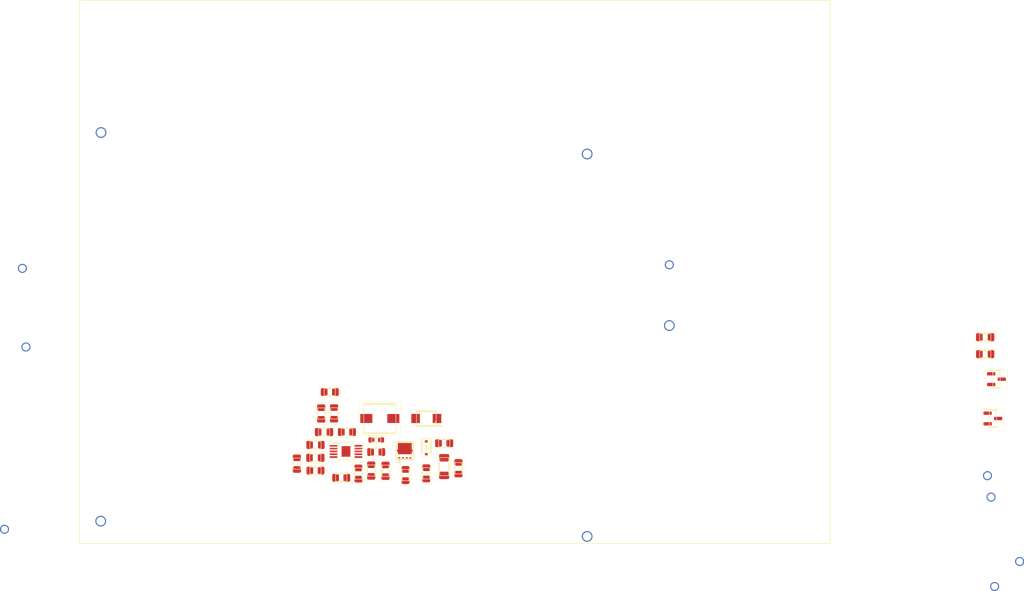
<source format=kicad_pcb>
(kicad_pcb (version 20221018) (generator pcbnew)
  (layers (0 "F.Cu" signal) (31 "B.Cu" signal) (34 "B.Paste" user) (35 "F.Paste" user) (36 "B.SilkS" user "B.Silkscreen") (37 "F.SilkS" user "F.Silkscreen") (38 "B.Mask" user) (39 "F.Mask" user) (44 "Edge.Cuts" user))
  (net 0 "")
  (net 1 "Net-(IC1-FB)")
  (net 2 "Net-(IC1-COMP)")
  (net 3 "Net-(D1-Conn)")
  (net 4 "Net-(IC1-RC)")
  (net 5 "Net-(IC1-SS)")
  (net 6 "Net-(D8-Conn)")
  (net 7 "Net-(C2-Pad1)")
  (net 8 "Net-(IC1-BP)")
  (net 9 "Net-(IC1-ISNS)")
  (net 10 "Net-(D10-Conn)")
  (net 11 "Net-(D66-Conn)")
  (net 12 "Net-(D6-Conn)")
  (net 13 "Net-(Z1-K)")
  (net 14 "Net-(Q1-D_1)")
  (net 15 "Net-(D17-Conn)")
  (net 16 "Net-(D67-Conn)")
  (net 17 "Net-(D68-Conn)")
  (net 18 "Net-(IC1-GDRV)")
  (net 19 "Net-(L2-Pad1)")
  (net 20 "Net-(Q1-S_1)")
  (net 21 "Net-(Q1-G)")
  (net 22 "GND")
  (footprint "Wire_holes:WireHole_1p5" (layer "F.Cu") (at 168.275 111.125)
    (fp_text reference "D6" hide)
    (fp_text value "Wire_Pad_01" hide)
    (pad "1" thru_hole circle (at 0 0) (size 1.9 1.9) (drill 1.5) (layers "*.Cu" "*.Mask") (net 12 "Net-(D6-Conn)"))
  )
  (footprint "Capacitor_SMD:C_0805_2012Metric_Pad1.18x1.45mm_HandSolder" (layer "F.Cu") (at 117.856 136.9275 -90)
    (fp_text reference "C9" hide)
    (fp_text value "C" hide)
    (fp_line (start -1.88 -0.98) (end 1.88 -0.98) (stroke (width 0.05)) (layer "F.SilkS"))
    (fp_line (start -1.88 0.98) (end -1.88 -0.98) (stroke (width 0.05)) (layer "F.SilkS"))
    (fp_line (start -1 -0.625) (end 1 -0.625) (stroke (width 0.1)) (layer "F.SilkS"))
    (fp_line (start -1 0.625) (end -1 -0.625) (stroke (width 0.1)) (layer "F.SilkS"))
    (fp_line (start -0.261252 -0.735) (end 0.261252 -0.735) (stroke (width 0.12)) (layer "F.SilkS"))
    (fp_line (start -0.261252 0.735) (end 0.261252 0.735) (stroke (width 0.12)) (layer "F.SilkS"))
    (fp_line (start 1 -0.625) (end 1 0.625) (stroke (width 0.1)) (layer "F.SilkS"))
    (fp_line (start 1 0.625) (end -1 0.625) (stroke (width 0.1)) (layer "F.SilkS"))
    (fp_line (start 1.88 -0.98) (end 1.88 0.98) (stroke (width 0.05)) (layer "F.SilkS"))
    (fp_line (start 1.88 0.98) (end -1.88 0.98) (stroke (width 0.05)) (layer "F.SilkS"))
    (pad "1" smd roundrect (at -1.0375 0 270) (size 1.175 1.45) (layers "F.Cu" "F.Paste" "F.Mask") (roundrect_rratio 0.212766) (net 8 "Net-(IC1-BP)"))
    (pad "2" smd roundrect (at 1.0375 0 270) (size 1.175 1.45) (layers "F.Cu" "F.Paste" "F.Mask") (roundrect_rratio 0.212766) (net 3 "Net-(D1-Conn)"))
  )
  (footprint "Capacitor_SMD:C_0805_2012Metric_Pad1.18x1.45mm_HandSolder" (layer "F.Cu") (at 108.712 126.7245 90)
    (fp_text reference "C5" hide)
    (fp_text value "C" hide)
    (fp_line (start -1.88 -0.98) (end 1.88 -0.98) (stroke (width 0.05)) (layer "F.SilkS"))
    (fp_line (start -1.88 0.98) (end -1.88 -0.98) (stroke (width 0.05)) (layer "F.SilkS"))
    (fp_line (start -1 -0.625) (end 1 -0.625) (stroke (width 0.1)) (layer "F.SilkS"))
    (fp_line (start -1 0.625) (end -1 -0.625) (stroke (width 0.1)) (layer "F.SilkS"))
    (fp_line (start -0.261252 -0.735) (end 0.261252 -0.735) (stroke (width 0.12)) (layer "F.SilkS"))
    (fp_line (start -0.261252 0.735) (end 0.261252 0.735) (stroke (width 0.12)) (layer "F.SilkS"))
    (fp_line (start 1 -0.625) (end 1 0.625) (stroke (width 0.1)) (layer "F.SilkS"))
    (fp_line (start 1 0.625) (end -1 0.625) (stroke (width 0.1)) (layer "F.SilkS"))
    (fp_line (start 1.88 -0.98) (end 1.88 0.98) (stroke (width 0.05)) (layer "F.SilkS"))
    (fp_line (start 1.88 0.98) (end -1.88 0.98) (stroke (width 0.05)) (layer "F.SilkS"))
    (pad "1" smd roundrect (at -1.0375 0 90) (size 1.175 1.45) (layers "F.Cu" "F.Paste" "F.Mask") (roundrect_rratio 0.212766) (net 6 "Net-(D8-Conn)"))
    (pad "2" smd roundrect (at 1.0375 0 90) (size 1.175 1.45) (layers "F.Cu" "F.Paste" "F.Mask") (roundrect_rratio 0.212766) (net 3 "Net-(D1-Conn)"))
  )
  (footprint "Resistor_SMD:R_0805_2012Metric_Pad1.20x1.40mm_HandSolder" (layer "F.Cu") (at 105.41 136.906 180)
    (fp_text reference "R3" hide)
    (fp_text value "R" hide)
    (fp_line (start -1.85 -0.95) (end 1.85 -0.95) (stroke (width 0.05)) (layer "F.SilkS"))
    (fp_line (start -1.85 0.95) (end -1.85 -0.95) (stroke (width 0.05)) (layer "F.SilkS"))
    (fp_line (start -1 -0.625) (end 1 -0.625) (stroke (width 0.1)) (layer "F.SilkS"))
    (fp_line (start -1 0.625) (end -1 -0.625) (stroke (width 0.1)) (layer "F.SilkS"))
    (fp_line (start -0.227064 -0.735) (end 0.227064 -0.735) (stroke (width 0.12)) (layer "F.SilkS"))
    (fp_line (start -0.227064 0.735) (end 0.227064 0.735) (stroke (width 0.12)) (layer "F.SilkS"))
    (fp_line (start 1 -0.625) (end 1 0.625) (stroke (width 0.1)) (layer "F.SilkS"))
    (fp_line (start 1 0.625) (end -1 0.625) (stroke (width 0.1)) (layer "F.SilkS"))
    (fp_line (start 1.85 -0.95) (end 1.85 0.95) (stroke (width 0.05)) (layer "F.SilkS"))
    (fp_line (start 1.85 0.95) (end -1.85 0.95) (stroke (width 0.05)) (layer "F.SilkS"))
    (pad "1" smd roundrect (at -1 0 180) (size 1.2 1.4) (layers "F.Cu" "F.Paste" "F.Mask") (roundrect_rratio 0.208333) (net 1 "Net-(IC1-FB)"))
    (pad "2" smd roundrect (at 1 0 180) (size 1.2 1.4) (layers "F.Cu" "F.Paste" "F.Mask") (roundrect_rratio 0.208333) (net 7 "Net-(C2-Pad1)"))
  )
  (footprint "Resistor_SMD:R_0805_2012Metric_Pad1.20x1.40mm_HandSolder" (layer "F.Cu") (at 110.998 130.048)
    (fp_text reference "R4" hide)
    (fp_text value "R" hide)
    (fp_line (start -1.85 -0.95) (end 1.85 -0.95) (stroke (width 0.05)) (layer "F.SilkS"))
    (fp_line (start -1.85 0.95) (end -1.85 -0.95) (stroke (width 0.05)) (layer "F.SilkS"))
    (fp_line (start -1 -0.625) (end 1 -0.625) (stroke (width 0.1)) (layer "F.SilkS"))
    (fp_line (start -1 0.625) (end -1 -0.625) (stroke (width 0.1)) (layer "F.SilkS"))
    (fp_line (start -0.227064 -0.735) (end 0.227064 -0.735) (stroke (width 0.12)) (layer "F.SilkS"))
    (fp_line (start -0.227064 0.735) (end 0.227064 0.735) (stroke (width 0.12)) (layer "F.SilkS"))
    (fp_line (start 1 -0.625) (end 1 0.625) (stroke (width 0.1)) (layer "F.SilkS"))
    (fp_line (start 1 0.625) (end -1 0.625) (stroke (width 0.1)) (layer "F.SilkS"))
    (fp_line (start 1.85 -0.95) (end 1.85 0.95) (stroke (width 0.05)) (layer "F.SilkS"))
    (fp_line (start 1.85 0.95) (end -1.85 0.95) (stroke (width 0.05)) (layer "F.SilkS"))
    (pad "1" smd roundrect (at -1 0) (size 1.2 1.4) (layers "F.Cu" "F.Paste" "F.Mask") (roundrect_rratio 0.208333) (net 4 "Net-(IC1-RC)"))
    (pad "2" smd roundrect (at 1 0) (size 1.2 1.4) (layers "F.Cu" "F.Paste" "F.Mask") (roundrect_rratio 0.208333) (net 6 "Net-(D8-Conn)"))
  )
  (footprint "libraries:WireHole_1p2" (layer "F.Cu") (at 53.975 114.935)
    (fp_text reference "D1" hide)
    (fp_text value "WireHole_1p5" hide)
    (pad "1" thru_hole circle (at 0 0) (size 1.6 1.6) (drill 1.2) (layers "*.Cu" "*.Mask") (net 3 "Net-(D1-Conn)"))
  )
  (footprint "Package_TO_SOT_SMD:SOT-23" (layer "F.Cu") (at 226.3925 120.65)
    (fp_text reference "U12" hide)
    (fp_text value "MCP9700AT-ETT" hide)
    (fp_line (start -1.92 -1.7) (end -1.92 1.7) (stroke (width 0.05)) (layer "F.SilkS"))
    (fp_line (start -1.92 1.7) (end 1.92 1.7) (stroke (width 0.05)) (layer "F.SilkS"))
    (fp_line (start -0.65 -1.125) (end -0.325 -1.45) (stroke (width 0.1)) (layer "F.SilkS"))
    (fp_line (start -0.65 1.45) (end -0.65 -1.125) (stroke (width 0.1)) (layer "F.SilkS"))
    (fp_line (start -0.325 -1.45) (end 0.65 -1.45) (stroke (width 0.1)) (layer "F.SilkS"))
    (fp_line (start 0 -1.56) (end -1.675 -1.56) (stroke (width 0.12)) (layer "F.SilkS"))
    (fp_line (start 0 -1.56) (end 0.65 -1.56) (stroke (width 0.12)) (layer "F.SilkS"))
    (fp_line (start 0 1.56) (end -0.65 1.56) (stroke (width 0.12)) (layer "F.SilkS"))
    (fp_line (start 0 1.56) (end 0.65 1.56) (stroke (width 0.12)) (layer "F.SilkS"))
    (fp_line (start 0.65 -1.45) (end 0.65 1.45) (stroke (width 0.1)) (layer "F.SilkS"))
    (fp_line (start 0.65 1.45) (end -0.65 1.45) (stroke (width 0.1)) (layer "F.SilkS"))
    (fp_line (start 1.92 -1.7) (end -1.92 -1.7) (stroke (width 0.05)) (layer "F.SilkS"))
    (fp_line (start 1.92 1.7) (end 1.92 -1.7) (stroke (width 0.05)) (layer "F.SilkS"))
    (pad "1" smd roundrect (at -0.9375 -0.95) (size 1.475 0.6) (layers "F.Cu" "F.Paste" "F.Mask") (net 11 "Net-(D66-Conn)"))
    (pad "2" smd roundrect (at -0.9375 0.95) (size 1.475 0.6) (layers "F.Cu" "F.Paste" "F.Mask") (net 17 "Net-(D68-Conn)"))
    (pad "3" smd roundrect (at 0.9375 0) (size 1.475 0.6) (layers "F.Cu" "F.Paste" "F.Mask") (net 3 "Net-(D1-Conn)"))
  )
  (footprint "Resistor_SMD:R_0805_2012Metric_Pad1.20x1.40mm_HandSolder" (layer "F.Cu") (at 109.982 138.176 180)
    (fp_text reference "R2" hide)
    (fp_text value "R" hide)
    (fp_line (start -1.85 -0.95) (end 1.85 -0.95) (stroke (width 0.05)) (layer "F.SilkS"))
    (fp_line (start -1.85 0.95) (end -1.85 -0.95) (stroke (width 0.05)) (layer "F.SilkS"))
    (fp_line (start -1 -0.625) (end 1 -0.625) (stroke (width 0.1)) (layer "F.SilkS"))
    (fp_line (start -1 0.625) (end -1 -0.625) (stroke (width 0.1)) (layer "F.SilkS"))
    (fp_line (start -0.227064 -0.735) (end 0.227064 -0.735) (stroke (width 0.12)) (layer "F.SilkS"))
    (fp_line (start -0.227064 0.735) (end 0.227064 0.735) (stroke (width 0.12)) (layer "F.SilkS"))
    (fp_line (start 1 -0.625) (end 1 0.625) (stroke (width 0.1)) (layer "F.SilkS"))
    (fp_line (start 1 0.625) (end -1 0.625) (stroke (width 0.1)) (layer "F.SilkS"))
    (fp_line (start 1.85 -0.95) (end 1.85 0.95) (stroke (width 0.05)) (layer "F.SilkS"))
    (fp_line (start 1.85 0.95) (end -1.85 0.95) (stroke (width 0.05)) (layer "F.SilkS"))
    (pad "1" smd roundrect (at -1 0 180) (size 1.2 1.4) (layers "F.Cu" "F.Paste" "F.Mask") (roundrect_rratio 0.208333) (net 12 "Net-(D6-Conn)"))
    (pad "2" smd roundrect (at 1 0 180) (size 1.2 1.4) (layers "F.Cu" "F.Paste" "F.Mask") (roundrect_rratio 0.208333) (net 1 "Net-(IC1-FB)"))
  )
  (footprint "libraries:WireHole_1p2" (layer "F.Cu") (at 224.79 137.795)
    (fp_text reference "D66" hide)
    (fp_text value "+5B" hide)
    (pad "1" thru_hole circle (at 0 0) (size 1.6 1.6) (drill 1.2) (layers "*.Cu" "*.Mask") (net 11 "Net-(D66-Conn)"))
  )
  (footprint "Resistor_SMD:R_0805_2012Metric_Pad1.20x1.40mm_HandSolder" (layer "F.Cu") (at 116.205 133.604)
    (fp_text reference "R6" hide)
    (fp_text value "R" hide)
    (fp_line (start -1.85 -0.95) (end 1.85 -0.95) (stroke (width 0.05)) (layer "F.SilkS"))
    (fp_line (start -1.85 0.95) (end -1.85 -0.95) (stroke (width 0.05)) (layer "F.SilkS"))
    (fp_line (start -1 -0.625) (end 1 -0.625) (stroke (width 0.1)) (layer "F.SilkS"))
    (fp_line (start -1 0.625) (end -1 -0.625) (stroke (width 0.1)) (layer "F.SilkS"))
    (fp_line (start -0.227064 -0.735) (end 0.227064 -0.735) (stroke (width 0.12)) (layer "F.SilkS"))
    (fp_line (start -0.227064 0.735) (end 0.227064 0.735) (stroke (width 0.12)) (layer "F.SilkS"))
    (fp_line (start 1 -0.625) (end 1 0.625) (stroke (width 0.1)) (layer "F.SilkS"))
    (fp_line (start 1 0.625) (end -1 0.625) (stroke (width 0.1)) (layer "F.SilkS"))
    (fp_line (start 1.85 -0.95) (end 1.85 0.95) (stroke (width 0.05)) (layer "F.SilkS"))
    (fp_line (start 1.85 0.95) (end -1.85 0.95) (stroke (width 0.05)) (layer "F.SilkS"))
    (pad "1" smd roundrect (at -1 0) (size 1.2 1.4) (layers "F.Cu" "F.Paste" "F.Mask") (roundrect_rratio 0.208333) (net 18 "Net-(IC1-GDRV)"))
    (pad "2" smd roundrect (at 1 0) (size 1.2 1.4) (layers "F.Cu" "F.Paste" "F.Mask") (roundrect_rratio 0.208333) (net 21 "Net-(Q1-G)"))
  )
  (footprint "libraries:WireHole_1p2" (layer "F.Cu") (at 168.275 100.33)
    (fp_text reference "D10" hide)
    (fp_text value "WireHole_1p5" hide)
    (pad "1" thru_hole circle (at 0 0) (size 1.6 1.6) (drill 1.2) (layers "*.Cu" "*.Mask") (net 10 "Net-(D10-Conn)"))
  )
  (footprint "Capacitor_SMD:C_0805_2012Metric_Pad1.18x1.45mm_HandSolder" (layer "F.Cu") (at 105.41 132.334)
    (fp_text reference "C4" hide)
    (fp_text value "C" hide)
    (fp_line (start -1.88 -0.98) (end 1.88 -0.98) (stroke (width 0.05)) (layer "F.SilkS"))
    (fp_line (start -1.88 0.98) (end -1.88 -0.98) (stroke (width 0.05)) (layer "F.SilkS"))
    (fp_line (start -1 -0.625) (end 1 -0.625) (stroke (width 0.1)) (layer "F.SilkS"))
    (fp_line (start -1 0.625) (end -1 -0.625) (stroke (width 0.1)) (layer "F.SilkS"))
    (fp_line (start -0.261252 -0.735) (end 0.261252 -0.735) (stroke (width 0.12)) (layer "F.SilkS"))
    (fp_line (start -0.261252 0.735) (end 0.261252 0.735) (stroke (width 0.12)) (layer "F.SilkS"))
    (fp_line (start 1 -0.625) (end 1 0.625) (stroke (width 0.1)) (layer "F.SilkS"))
    (fp_line (start 1 0.625) (end -1 0.625) (stroke (width 0.1)) (layer "F.SilkS"))
    (fp_line (start 1.88 -0.98) (end 1.88 0.98) (stroke (width 0.05)) (layer "F.SilkS"))
    (fp_line (start 1.88 0.98) (end -1.88 0.98) (stroke (width 0.05)) (layer "F.SilkS"))
    (pad "1" smd roundrect (at -1.0375 0) (size 1.175 1.45) (layers "F.Cu" "F.Paste" "F.Mask") (roundrect_rratio 0.212766) (net 3 "Net-(D1-Conn)"))
    (pad "2" smd roundrect (at 1.0375 0) (size 1.175 1.45) (layers "F.Cu" "F.Paste" "F.Mask") (roundrect_rratio 0.212766) (net 5 "Net-(IC1-SS)"))
  )
  (footprint "Capacitor_SMD:C_0805_2012Metric_Pad1.18x1.45mm_HandSolder" (layer "F.Cu") (at 130.81 136.475 -90)
    (fp_text reference "C30" hide)
    (fp_text value "C" hide)
    (fp_line (start -1.88 -0.98) (end 1.88 -0.98) (stroke (width 0.05)) (layer "F.SilkS"))
    (fp_line (start -1.88 0.98) (end -1.88 -0.98) (stroke (width 0.05)) (layer "F.SilkS"))
    (fp_line (start -1 -0.625) (end 1 -0.625) (stroke (width 0.1)) (layer "F.SilkS"))
    (fp_line (start -1 0.625) (end -1 -0.625) (stroke (width 0.1)) (layer "F.SilkS"))
    (fp_line (start -0.261252 -0.735) (end 0.261252 -0.735) (stroke (width 0.12)) (layer "F.SilkS"))
    (fp_line (start -0.261252 0.735) (end 0.261252 0.735) (stroke (width 0.12)) (layer "F.SilkS"))
    (fp_line (start 1 -0.625) (end 1 0.625) (stroke (width 0.1)) (layer "F.SilkS"))
    (fp_line (start 1 0.625) (end -1 0.625) (stroke (width 0.1)) (layer "F.SilkS"))
    (fp_line (start 1.88 -0.98) (end 1.88 0.98) (stroke (width 0.05)) (layer "F.SilkS"))
    (fp_line (start 1.88 0.98) (end -1.88 0.98) (stroke (width 0.05)) (layer "F.SilkS"))
    (pad "1" smd roundrect (at -1.0375 0 270) (size 1.175 1.45) (layers "F.Cu" "F.Paste" "F.Mask") (roundrect_rratio 0.212766) (net 10 "Net-(D10-Conn)"))
    (pad "2" smd roundrect (at 1.0375 0 270) (size 1.175 1.45) (layers "F.Cu" "F.Paste" "F.Mask") (roundrect_rratio 0.212766) (net 3 "Net-(D1-Conn)"))
  )
  (footprint "Capacitor_SMD:C_0805_2012Metric_Pad1.18x1.45mm_HandSolder" (layer "F.Cu") (at 115.316 136.8845 -90)
    (fp_text reference "C11" hide)
    (fp_text value "C" hide)
    (fp_line (start -1.88 -0.98) (end 1.88 -0.98) (stroke (width 0.05)) (layer "F.SilkS"))
    (fp_line (start -1.88 0.98) (end -1.88 -0.98) (stroke (width 0.05)) (layer "F.SilkS"))
    (fp_line (start -1 -0.625) (end 1 -0.625) (stroke (width 0.1)) (layer "F.SilkS"))
    (fp_line (start -1 0.625) (end -1 -0.625) (stroke (width 0.1)) (layer "F.SilkS"))
    (fp_line (start -0.261252 -0.735) (end 0.261252 -0.735) (stroke (width 0.12)) (layer "F.SilkS"))
    (fp_line (start -0.261252 0.735) (end 0.261252 0.735) (stroke (width 0.12)) (layer "F.SilkS"))
    (fp_line (start 1 -0.625) (end 1 0.625) (stroke (width 0.1)) (layer "F.SilkS"))
    (fp_line (start 1 0.625) (end -1 0.625) (stroke (width 0.1)) (layer "F.SilkS"))
    (fp_line (start 1.88 -0.98) (end 1.88 0.98) (stroke (width 0.05)) (layer "F.SilkS"))
    (fp_line (start 1.88 0.98) (end -1.88 0.98) (stroke (width 0.05)) (layer "F.SilkS"))
    (pad "1" smd roundrect (at -1.0375 0 270) (size 1.175 1.45) (layers "F.Cu" "F.Paste" "F.Mask") (roundrect_rratio 0.212766) (net 9 "Net-(IC1-ISNS)"))
    (pad "2" smd roundrect (at 1.0375 0 270) (size 1.175 1.45) (layers "F.Cu" "F.Paste" "F.Mask") (roundrect_rratio 0.212766) (net 3 "Net-(D1-Conn)"))
  )
  (footprint "libraries:WireHole_1p2" (layer "F.Cu") (at 230.505 153.035)
    (fp_text reference "D68" hide)
    (fp_text value "t_Q" hide)
    (pad "1" thru_hole circle (at 0 0) (size 1.6 1.6) (drill 1.2) (layers "*.Cu" "*.Mask") (net 17 "Net-(D68-Conn)"))
  )
  (footprint "libraries:DFN_3X3_EP" (layer "F.Cu") (at 121.285 133.35)
    (fp_text reference "Q1" hide)
    (fp_text value "AON7407" hide)
    (fp_line (start -1.5 -1.5) (end -1.5 -0.6) (stroke (width 0.254)) (layer "F.SilkS"))
    (fp_line (start -1.5 -1.5) (end 1.5 -1.5) (stroke (width 0.254)) (layer "F.SilkS"))
    (fp_line (start -1.5 1.5) (end -1.5 -1.5) (stroke (width 0.254)) (layer "F.SilkS"))
    (fp_line (start -1.5 1.5) (end -1.5 0.6) (stroke (width 0.254)) (layer "F.SilkS"))
    (fp_line (start 1.5 -1.5) (end 1.5 -0.6) (stroke (width 0.254)) (layer "F.SilkS"))
    (fp_line (start 1.5 -1.5) (end 1.5 1.5) (stroke (width 0.254)) (layer "F.SilkS"))
    (fp_line (start 1.5 1.5) (end -1.5 1.5) (stroke (width 0.254)) (layer "F.SilkS"))
    (fp_line (start 1.5 1.5) (end 1.5 0.6) (stroke (width 0.254)) (layer "F.SilkS"))
    (fp_circle (center -0.976 1.967) (end -0.976 1.994) (stroke (width 0.254)) (fill none) (layer "F.SilkS"))
    (pad "1" smd rect (at -0.975 1.4) (size 0.35 0.5) (layers "F.Cu" "F.Paste" "F.Mask") (net 20 "Net-(Q1-S_1)"))
    (pad "2" smd rect (at -0.325 1.4) (size 0.35 0.5) (layers "F.Cu" "F.Paste" "F.Mask") (net 20 "Net-(Q1-S_1)"))
    (pad "3" smd rect (at 0.325 1.4) (size 0.35 0.5) (layers "F.Cu" "F.Paste" "F.Mask") (net 20 "Net-(Q1-S_1)"))
    (pad "4" smd rect (at 0.975 1.4) (size 0.35 0.5) (layers "F.Cu" "F.Paste" "F.Mask") (net 21 "Net-(Q1-G)"))
    (pad "5" smd rect (at 0.975 -1.5 90) (size 0.3 0.4) (layers "F.Cu" "F.Paste" "F.Mask") (net 14 "Net-(Q1-D_1)"))
    (pad "6" smd rect (at 0.325 -1.5 90) (size 0.3 0.4) (layers "F.Cu" "F.Paste" "F.Mask") (net 14 "Net-(Q1-D_1)"))
    (pad "7" smd rect (at -0.325 -1.5 90) (size 0.3 0.4) (layers "F.Cu" "F.Paste" "F.Mask") (net 14 "Net-(Q1-D_1)"))
    (pad "8" smd rect (at -0.975 -1.5 90) (size 0.3 0.4) (layers "F.Cu" "F.Paste" "F.Mask") (net 14 "Net-(Q1-D_1)"))
    (pad "9" smd rect (at -1.415 0) (size 0.38 0.43) (layers "F.Cu" "F.Paste" "F.Mask"))
    (pad "10" smd rect (at 0 -0.36 90) (size 1.98 2.45) (layers "F.Cu" "F.Paste" "F.Mask"))
    (pad "11" smd rect (at 1.415 0) (size 0.38 0.43) (layers "F.Cu" "F.Paste" "F.Mask"))
  )
  (footprint "Resistor_SMD:R_0805_2012Metric_Pad1.20x1.40mm_HandSolder" (layer "F.Cu") (at 113.03 137.414 -90)
    (fp_text reference "R1" hide)
    (fp_text value "R" hide)
    (fp_line (start -1.85 -0.95) (end 1.85 -0.95) (stroke (width 0.05)) (layer "F.SilkS"))
    (fp_line (start -1.85 0.95) (end -1.85 -0.95) (stroke (width 0.05)) (layer "F.SilkS"))
    (fp_line (start -1 -0.625) (end 1 -0.625) (stroke (width 0.1)) (layer "F.SilkS"))
    (fp_line (start -1 0.625) (end -1 -0.625) (stroke (width 0.1)) (layer "F.SilkS"))
    (fp_line (start -0.227064 -0.735) (end 0.227064 -0.735) (stroke (width 0.12)) (layer "F.SilkS"))
    (fp_line (start -0.227064 0.735) (end 0.227064 0.735) (stroke (width 0.12)) (layer "F.SilkS"))
    (fp_line (start 1 -0.625) (end 1 0.625) (stroke (width 0.1)) (layer "F.SilkS"))
    (fp_line (start 1 0.625) (end -1 0.625) (stroke (width 0.1)) (layer "F.SilkS"))
    (fp_line (start 1.85 -0.95) (end 1.85 0.95) (stroke (width 0.05)) (layer "F.SilkS"))
    (fp_line (start 1.85 0.95) (end -1.85 0.95) (stroke (width 0.05)) (layer "F.SilkS"))
    (pad "1" smd roundrect (at -1 0 270) (size 1.2 1.4) (layers "F.Cu" "F.Paste" "F.Mask") (roundrect_rratio 0.208333) (net 3 "Net-(D1-Conn)"))
    (pad "2" smd roundrect (at 1 0 270) (size 1.2 1.4) (layers "F.Cu" "F.Paste" "F.Mask") (roundrect_rratio 0.208333) (net 12 "Net-(D6-Conn)"))
  )
  (footprint "Capacitor_SMD:C_0603_1608Metric_Pad1.08x0.95mm_HandSolder" (layer "F.Cu") (at 116.205 131.445)
    (fp_text reference "C12" hide)
    (fp_text value "C" hide)
    (fp_line (start -1.65 -0.73) (end 1.65 -0.73) (stroke (width 0.05)) (layer "F.SilkS"))
    (fp_line (start -1.65 0.73) (end -1.65 -0.73) (stroke (width 0.05)) (layer "F.SilkS"))
    (fp_line (start -0.8 -0.4) (end 0.8 -0.4) (stroke (width 0.1)) (layer "F.SilkS"))
    (fp_line (start -0.8 0.4) (end -0.8 -0.4) (stroke (width 0.1)) (layer "F.SilkS"))
    (fp_line (start -0.146267 -0.51) (end 0.146267 -0.51) (stroke (width 0.12)) (layer "F.SilkS"))
    (fp_line (start -0.146267 0.51) (end 0.146267 0.51) (stroke (width 0.12)) (layer "F.SilkS"))
    (fp_line (start 0.8 -0.4) (end 0.8 0.4) (stroke (width 0.1)) (layer "F.SilkS"))
    (fp_line (start 0.8 0.4) (end -0.8 0.4) (stroke (width 0.1)) (layer "F.SilkS"))
    (fp_line (start 1.65 -0.73) (end 1.65 0.73) (stroke (width 0.05)) (layer "F.SilkS"))
    (fp_line (start 1.65 0.73) (end -1.65 0.73) (stroke (width 0.05)) (layer "F.SilkS"))
    (pad "1" smd roundrect (at -0.8625 0) (size 1.075 0.95) (layers "F.Cu" "F.Paste" "F.Mask") (net 6 "Net-(D8-Conn)"))
    (pad "2" smd roundrect (at 0.8625 0) (size 1.075 0.95) (layers "F.Cu" "F.Paste" "F.Mask") (net 3 "Net-(D1-Conn)"))
  )
  (footprint "Capacitor_SMD:C_0805_2012Metric_Pad1.18x1.45mm_HandSolder" (layer "F.Cu") (at 224.3875 116.205)
    (fp_text reference "C50" hide)
    (fp_text value "C" hide)
    (fp_line (start -1.88 -0.98) (end 1.88 -0.98) (stroke (width 0.05)) (layer "F.SilkS"))
    (fp_line (start -1.88 0.98) (end -1.88 -0.98) (stroke (width 0.05)) (layer "F.SilkS"))
    (fp_line (start -1 -0.625) (end 1 -0.625) (stroke (width 0.1)) (layer "F.SilkS"))
    (fp_line (start -1 0.625) (end -1 -0.625) (stroke (width 0.1)) (layer "F.SilkS"))
    (fp_line (start -0.261252 -0.735) (end 0.261252 -0.735) (stroke (width 0.12)) (layer "F.SilkS"))
    (fp_line (start -0.261252 0.735) (end 0.261252 0.735) (stroke (width 0.12)) (layer "F.SilkS"))
    (fp_line (start 1 -0.625) (end 1 0.625) (stroke (width 0.1)) (layer "F.SilkS"))
    (fp_line (start 1 0.625) (end -1 0.625) (stroke (width 0.1)) (layer "F.SilkS"))
    (fp_line (start 1.88 -0.98) (end 1.88 0.98) (stroke (width 0.05)) (layer "F.SilkS"))
    (fp_line (start 1.88 0.98) (end -1.88 0.98) (stroke (width 0.05)) (layer "F.SilkS"))
    (pad "1" smd roundrect (at -1.0375 0) (size 1.175 1.45) (layers "F.Cu" "F.Paste" "F.Mask") (roundrect_rratio 0.212766) (net 11 "Net-(D66-Conn)"))
    (pad "2" smd roundrect (at 1.0375 0) (size 1.175 1.45) (layers "F.Cu" "F.Paste" "F.Mask") (roundrect_rratio 0.212766) (net 3 "Net-(D1-Conn)"))
  )
  (footprint "libraries:WireHole_1p2" (layer "F.Cu") (at 226.06 157.48)
    (fp_text reference "D69" hide)
    (fp_text value "Gnd" hide)
    (pad "1" thru_hole circle (at 0 0) (size 1.6 1.6) (drill 1.2) (layers "*.Cu" "*.Mask") (net 3 "Net-(D1-Conn)"))
  )
  (footprint "Wire_holes:WireHole_1p5" (layer "F.Cu") (at 67.2592 145.8722)
    (fp_text reference "U4" hide)
    (fp_text value "Mounting_Hole_M2" hide)
    (pad "1" thru_hole circle (at 0 0) (size 1.9 1.9) (drill 1.5) (layers "*.Cu" "*.Mask") (net 22 "GND"))
  )
  (footprint "Capacitor_SMD:C_0805_2012Metric_Pad1.18x1.45mm_HandSolder" (layer "F.Cu") (at 105.3885 134.62 180)
    (fp_text reference "C2" hide)
    (fp_text value "C" hide)
    (fp_line (start -1.88 -0.98) (end 1.88 -0.98) (stroke (width 0.05)) (layer "F.SilkS"))
    (fp_line (start -1.88 0.98) (end -1.88 -0.98) (stroke (width 0.05)) (layer "F.SilkS"))
    (fp_line (start -1 -0.625) (end 1 -0.625) (stroke (width 0.1)) (layer "F.SilkS"))
    (fp_line (start -1 0.625) (end -1 -0.625) (stroke (width 0.1)) (layer "F.SilkS"))
    (fp_line (start -0.261252 -0.735) (end 0.261252 -0.735) (stroke (width 0.12)) (layer "F.SilkS"))
    (fp_line (start -0.261252 0.735) (end 0.261252 0.735) (stroke (width 0.12)) (layer "F.SilkS"))
    (fp_line (start 1 -0.625) (end 1 0.625) (stroke (width 0.1)) (layer "F.SilkS"))
    (fp_line (start 1 0.625) (end -1 0.625) (stroke (width 0.1)) (layer "F.SilkS"))
    (fp_line (start 1.88 -0.98) (end 1.88 0.98) (stroke (width 0.05)) (layer "F.SilkS"))
    (fp_line (start 1.88 0.98) (end -1.88 0.98) (stroke (width 0.05)) (layer "F.SilkS"))
    (pad "1" smd roundrect (at -1.0375 0 180) (size 1.175 1.45) (layers "F.Cu" "F.Paste" "F.Mask") (roundrect_rratio 0.212766) (net 7 "Net-(C2-Pad1)"))
    (pad "2" smd roundrect (at 1.0375 0 180) (size 1.175 1.45) (layers "F.Cu" "F.Paste" "F.Mask") (roundrect_rratio 0.212766) (net 2 "Net-(IC1-COMP)"))
  )
  (footprint "Wire_holes:WireHole_1p5" (layer "F.Cu") (at 153.67 148.59)
    (fp_text reference "U3" hide)
    (fp_text value "Mounting_Hole_M2" hide)
    (pad "1" thru_hole circle (at 0 0) (size 1.9 1.9) (drill 1.5) (layers "*.Cu" "*.Mask") (net 22 "GND"))
  )
  (footprint "Resistor_SMD:R_0805_2012Metric_Pad1.20x1.40mm_HandSolder" (layer "F.Cu") (at 128.27 132.03 180)
    (fp_text reference "R12" hide)
    (fp_text value "R" hide)
    (fp_line (start -1.85 -0.95) (end 1.85 -0.95) (stroke (width 0.05)) (layer "F.SilkS"))
    (fp_line (start -1.85 0.95) (end -1.85 -0.95) (stroke (width 0.05)) (layer "F.SilkS"))
    (fp_line (start -1 -0.625) (end 1 -0.625) (stroke (width 0.1)) (layer "F.SilkS"))
    (fp_line (start -1 0.625) (end -1 -0.625) (stroke (width 0.1)) (layer "F.SilkS"))
    (fp_line (start -0.227064 -0.735) (end 0.227064 -0.735) (stroke (width 0.12)) (layer "F.SilkS"))
    (fp_line (start -0.227064 0.735) (end 0.227064 0.735) (stroke (width 0.12)) (layer "F.SilkS"))
    (fp_line (start 1 -0.625) (end 1 0.625) (stroke (width 0.1)) (layer "F.SilkS"))
    (fp_line (start 1 0.625) (end -1 0.625) (stroke (width 0.1)) (layer "F.SilkS"))
    (fp_line (start 1.85 -0.95) (end 1.85 0.95) (stroke (width 0.05)) (layer "F.SilkS"))
    (fp_line (start 1.85 0.95) (end -1.85 0.95) (stroke (width 0.05)) (layer "F.SilkS"))
    (pad "1" smd roundrect (at -1 0 180) (size 1.2 1.4) (layers "F.Cu" "F.Paste" "F.Mask") (roundrect_rratio 0.208333) (net 10 "Net-(D10-Conn)"))
    (pad "2" smd roundrect (at 1 0 180) (size 1.2 1.4) (layers "F.Cu" "F.Paste" "F.Mask") (roundrect_rratio 0.208333) (net 13 "Net-(Z1-K)"))
  )
  (footprint "Diode_SMD:D_SOD-323F" (layer "F.Cu") (at 125.095 132.835 -90)
    (fp_text reference "Z1" hide)
    (fp_text value "BZT52-C5V1J" hide)
    (fp_line (start -1.61 -0.85) (end -1.61 0.85) (stroke (width 0.12)) (layer "F.SilkS"))
    (fp_line (start -1.61 -0.85) (end 1.05 -0.85) (stroke (width 0.12)) (layer "F.SilkS"))
    (fp_line (start -1.61 0.85) (end 1.05 0.85) (stroke (width 0.12)) (layer "F.SilkS"))
    (fp_line (start -1.6 -0.95) (end -1.6 0.95) (stroke (width 0.05)) (layer "F.SilkS"))
    (fp_line (start -1.6 -0.95) (end 1.6 -0.95) (stroke (width 0.05)) (layer "F.SilkS"))
    (fp_line (start -1.6 0.95) (end 1.6 0.95) (stroke (width 0.05)) (layer "F.SilkS"))
    (fp_line (start -0.9 -0.7) (end 0.9 -0.7) (stroke (width 0.1)) (layer "F.SilkS"))
    (fp_line (start -0.9 0.7) (end -0.9 -0.7) (stroke (width 0.1)) (layer "F.SilkS"))
    (fp_line (start -0.3 -0.35) (end -0.3 0.35) (stroke (width 0.1)) (layer "F.SilkS"))
    (fp_line (start -0.3 0) (end -0.5 0) (stroke (width 0.1)) (layer "F.SilkS"))
    (fp_line (start -0.3 0) (end 0.2 -0.35) (stroke (width 0.1)) (layer "F.SilkS"))
    (fp_line (start 0.2 -0.35) (end 0.2 0.35) (stroke (width 0.1)) (layer "F.SilkS"))
    (fp_line (start 0.2 0) (end 0.45 0) (stroke (width 0.1)) (layer "F.SilkS"))
    (fp_line (start 0.2 0.35) (end -0.3 0) (stroke (width 0.1)) (layer "F.SilkS"))
    (fp_line (start 0.9 -0.7) (end 0.9 0.7) (stroke (width 0.1)) (layer "F.SilkS"))
    (fp_line (start 0.9 0.7) (end -0.9 0.7) (stroke (width 0.1)) (layer "F.SilkS"))
    (fp_line (start 1.6 -0.95) (end 1.6 0.95) (stroke (width 0.05)) (layer "F.SilkS"))
    (pad "1" smd roundrect (at -1.1 0 270) (size 0.5 0.5) (layers "F.Cu" "F.Paste" "F.Mask") (net 13 "Net-(Z1-K)"))
    (pad "2" smd roundrect (at 1.1 0 270) (size 0.5 0.5) (layers "F.Cu" "F.Paste" "F.Mask") (net 9 "Net-(IC1-ISNS)"))
  )
  (footprint "Capacitor_SMD:C_0805_2012Metric_Pad1.18x1.45mm_HandSolder" (layer "F.Cu") (at 224.3875 113.195)
    (fp_text reference "C49" hide)
    (fp_text value "C" hide)
    (fp_line (start -1.88 -0.98) (end 1.88 -0.98) (stroke (width 0.05)) (layer "F.SilkS"))
    (fp_line (start -1.88 0.98) (end -1.88 -0.98) (stroke (width 0.05)) (layer "F.SilkS"))
    (fp_line (start -1 -0.625) (end 1 -0.625) (stroke (width 0.1)) (layer "F.SilkS"))
    (fp_line (start -1 0.625) (end -1 -0.625) (stroke (width 0.1)) (layer "F.SilkS"))
    (fp_line (start -0.261252 -0.735) (end 0.261252 -0.735) (stroke (width 0.12)) (layer "F.SilkS"))
    (fp_line (start -0.261252 0.735) (end 0.261252 0.735) (stroke (width 0.12)) (layer "F.SilkS"))
    (fp_line (start 1 -0.625) (end 1 0.625) (stroke (width 0.1)) (layer "F.SilkS"))
    (fp_line (start 1 0.625) (end -1 0.625) (stroke (width 0.1)) (layer "F.SilkS"))
    (fp_line (start 1.88 -0.98) (end 1.88 0.98) (stroke (width 0.05)) (layer "F.SilkS"))
    (fp_line (start 1.88 0.98) (end -1.88 0.98) (stroke (width 0.05)) (layer "F.SilkS"))
    (pad "1" smd roundrect (at -1.0375 0) (size 1.175 1.45) (layers "F.Cu" "F.Paste" "F.Mask") (roundrect_rratio 0.212766) (net 11 "Net-(D66-Conn)"))
    (pad "2" smd roundrect (at 1.0375 0) (size 1.175 1.45) (layers "F.Cu" "F.Paste" "F.Mask") (roundrect_rratio 0.212766) (net 3 "Net-(D1-Conn)"))
  )
  (footprint "Capacitor_SMD:C_1206_3216Metric_Pad1.33x1.80mm_HandSolder" (layer "F.Cu") (at 128.27 136.1825 -90)
    (fp_text reference "C13" hide)
    (fp_text value "C" hide)
    (fp_line (start -2.48 -1.15) (end 2.48 -1.15) (stroke (width 0.05)) (layer "F.SilkS"))
    (fp_line (start -2.48 1.15) (end -2.48 -1.15) (stroke (width 0.05)) (layer "F.SilkS"))
    (fp_line (start -1.6 -0.8) (end 1.6 -0.8) (stroke (width 0.1)) (layer "F.SilkS"))
    (fp_line (start -1.6 0.8) (end -1.6 -0.8) (stroke (width 0.1)) (layer "F.SilkS"))
    (fp_line (start -0.711252 -0.91) (end 0.711252 -0.91) (stroke (width 0.12)) (layer "F.SilkS"))
    (fp_line (start -0.711252 0.91) (end 0.711252 0.91) (stroke (width 0.12)) (layer "F.SilkS"))
    (fp_line (start 1.6 -0.8) (end 1.6 0.8) (stroke (width 0.1)) (layer "F.SilkS"))
    (fp_line (start 1.6 0.8) (end -1.6 0.8) (stroke (width 0.1)) (layer "F.SilkS"))
    (fp_line (start 2.48 -1.15) (end 2.48 1.15) (stroke (width 0.05)) (layer "F.SilkS"))
    (fp_line (start 2.48 1.15) (end -2.48 1.15) (stroke (width 0.05)) (layer "F.SilkS"))
    (pad "1" smd roundrect (at -1.5625 0 270) (size 1.325 1.8) (layers "F.Cu" "F.Paste" "F.Mask") (roundrect_rratio 0.188679) (net 10 "Net-(D10-Conn)"))
    (pad "2" smd roundrect (at 1.5625 0 270) (size 1.325 1.8) (layers "F.Cu" "F.Paste" "F.Mask") (roundrect_rratio 0.188679) (net 3 "Net-(D1-Conn)"))
  )
  (footprint "libraries:SODFL4626X120N" (layer "F.Cu") (at 125.095 127.635 180)
    (fp_text reference "D12" hide)
    (fp_text value "SS36" hide)
    (fp_line (start -2.815 -1.5) (end 2.815 -1.5) (stroke (width 0.05)) (layer "F.SilkS"))
    (fp_line (start -2.815 1.5) (end -2.815 -1.5) (stroke (width 0.05)) (layer "F.SilkS"))
    (fp_line (start -2.665 -1.275) (end 1.75 -1.275) (stroke (width 0.2)) (layer "F.SilkS"))
    (fp_line (start -1.75 -1.275) (end 1.75 -1.275) (stroke (width 0.1)) (layer "F.SilkS"))
    (fp_line (start -1.75 -0.51) (end -0.985 -1.275) (stroke (width 0.1)) (layer "F.SilkS"))
    (fp_line (start -1.75 1.275) (end -1.75 -1.275) (stroke (width 0.1)) (layer "F.SilkS"))
    (fp_line (start -1.75 1.275) (end 1.75 1.275) (stroke (width 0.2)) (layer "F.SilkS"))
    (fp_line (start 1.75 -1.275) (end 1.75 1.275) (stroke (width 0.1)) (layer "F.SilkS"))
    (fp_line (start 1.75 1.275) (end -1.75 1.275) (stroke (width 0.1)) (layer "F.SilkS"))
    (fp_line (start 2.815 -1.5) (end 2.815 1.5) (stroke (width 0.05)) (layer "F.SilkS"))
    (fp_line (start 2.815 1.5) (end -2.815 1.5) (stroke (width 0.05)) (layer "F.SilkS"))
    (pad "1" smd rect (at -1.9 0 180) (size 1.53 1.63) (layers "F.Cu" "F.Paste" "F.Mask") (net 13 "Net-(Z1-K)"))
    (pad "2" smd rect (at 1.9 0 180) (size 1.53 1.63) (layers "F.Cu" "F.Paste" "F.Mask") (net 14 "Net-(Q1-D_1)"))
  )
  (footprint "Wire_holes:WireHole_1p5" (layer "F.Cu") (at 67.31 76.835)
    (fp_text reference "U5" hide)
    (fp_text value "Mounting_Hole_M2" hide)
    (pad "1" thru_hole circle (at 0 0) (size 1.9 1.9) (drill 1.5) (layers "*.Cu" "*.Mask") (net 22 "GND"))
  )
  (footprint "Wire_holes:WireHole_1p5" (layer "F.Cu") (at 153.67 80.645)
    (fp_text reference "U2" hide)
    (fp_text value "Mounting_Hole_M2" hide)
    (pad "1" thru_hole circle (at 0 0) (size 1.9 1.9) (drill 1.5) (layers "*.Cu" "*.Mask") (net 22 "GND"))
  )
  (footprint "Resistor_SMD:R_0805_2012Metric_Pad1.20x1.40mm_HandSolder" (layer "F.Cu") (at 121.412 137.684 -90)
    (fp_text reference "R8" hide)
    (fp_text value "R" hide)
    (fp_line (start -1.85 -0.95) (end 1.85 -0.95) (stroke (width 0.05)) (layer "F.SilkS"))
    (fp_line (start -1.85 0.95) (end -1.85 -0.95) (stroke (width 0.05)) (layer "F.SilkS"))
    (fp_line (start -1 -0.625) (end 1 -0.625) (stroke (width 0.1)) (layer "F.SilkS"))
    (fp_line (start -1 0.625) (end -1 -0.625) (stroke (width 0.1)) (layer "F.SilkS"))
    (fp_line (start -0.227064 -0.735) (end 0.227064 -0.735) (stroke (width 0.12)) (layer "F.SilkS"))
    (fp_line (start -0.227064 0.735) (end 0.227064 0.735) (stroke (width 0.12)) (layer "F.SilkS"))
    (fp_line (start 1 -0.625) (end 1 0.625) (stroke (width 0.1)) (layer "F.SilkS"))
    (fp_line (start 1 0.625) (end -1 0.625) (stroke (width 0.1)) (layer "F.SilkS"))
    (fp_line (start 1.85 -0.95) (end 1.85 0.95) (stroke (width 0.05)) (layer "F.SilkS"))
    (fp_line (start 1.85 0.95) (end -1.85 0.95) (stroke (width 0.05)) (layer "F.SilkS"))
    (pad "1" smd roundrect (at -1 0 270) (size 1.2 1.4) (layers "F.Cu" "F.Paste" "F.Mask") (roundrect_rratio 0.208333) (net 20 "Net-(Q1-S_1)"))
    (pad "2" smd roundrect (at 1 0 270) (size 1.2 1.4) (layers "F.Cu" "F.Paste" "F.Mask") (roundrect_rratio 0.208333) (net 3 "Net-(D1-Conn)"))
  )
  (footprint "Resistor_SMD:R_0805_2012Metric_Pad1.20x1.40mm_HandSolder" (layer "F.Cu") (at 107.95 122.936)
    (fp_text reference "R11" hide)
    (fp_text value "R" hide)
    (fp_line (start -1.85 -0.95) (end 1.85 -0.95) (stroke (width 0.05)) (layer "F.SilkS"))
    (fp_line (start -1.85 0.95) (end -1.85 -0.95) (stroke (width 0.05)) (layer "F.SilkS"))
    (fp_line (start -1 -0.625) (end 1 -0.625) (stroke (width 0.1)) (layer "F.SilkS"))
    (fp_line (start -1 0.625) (end -1 -0.625) (stroke (width 0.1)) (layer "F.SilkS"))
    (fp_line (start -0.227064 -0.735) (end 0.227064 -0.735) (stroke (width 0.12)) (layer "F.SilkS"))
    (fp_line (start -0.227064 0.735) (end 0.227064 0.735) (stroke (width 0.12)) (layer "F.SilkS"))
    (fp_line (start 1 -0.625) (end 1 0.625) (stroke (width 0.1)) (layer "F.SilkS"))
    (fp_line (start 1 0.625) (end -1 0.625) (stroke (width 0.1)) (layer "F.SilkS"))
    (fp_line (start 1.85 -0.95) (end 1.85 0.95) (stroke (width 0.05)) (layer "F.SilkS"))
    (fp_line (start 1.85 0.95) (end -1.85 0.95) (stroke (width 0.05)) (layer "F.SilkS"))
    (pad "1" smd roundrect (at -1 0) (size 1.2 1.4) (layers "F.Cu" "F.Paste" "F.Mask") (roundrect_rratio 0.208333) (net 6 "Net-(D8-Conn)"))
    (pad "2" smd roundrect (at 1 0) (size 1.2 1.4) (layers "F.Cu" "F.Paste" "F.Mask") (roundrect_rratio 0.208333) (net 19 "Net-(L2-Pad1)"))
  )
  (footprint "libraries:INDPM5752X300N" (layer "F.Cu") (at 116.84 127.635)
    (fp_text reference "L2" hide)
    (fp_text value "SRP7050AA-220M" hide)
    (fp_line (start -3.725 -2.95) (end 3.725 -2.95) (stroke (width 0.05)) (layer "F.SilkS"))
    (fp_line (start -3.725 2.95) (end -3.725 -2.95) (stroke (width 0.05)) (layer "F.SilkS"))
    (fp_line (start -2.85 -2.6) (end 2.85 -2.6) (stroke (width 0.1)) (layer "F.SilkS"))
    (fp_line (start -2.85 2.6) (end -2.85 -2.6) (stroke (width 0.1)) (layer "F.SilkS"))
    (fp_line (start -2.85 2.6) (end 2.85 2.6) (stroke (width 0.2)) (layer "F.SilkS"))
    (fp_line (start 2.85 -2.6) (end -2.85 -2.6) (stroke (width 0.2)) (layer "F.SilkS"))
    (fp_line (start 2.85 -2.6) (end 2.85 2.6) (stroke (width 0.1)) (layer "F.SilkS"))
    (fp_line (start 2.85 2.6) (end -2.85 2.6) (stroke (width 0.1)) (layer "F.SilkS"))
    (fp_line (start 3.725 -2.95) (end 3.725 2.95) (stroke (width 0.05)) (layer "F.SilkS"))
    (fp_line (start 3.725 2.95) (end -3.725 2.95) (stroke (width 0.05)) (layer "F.SilkS"))
    (pad "1" smd rect (at -2.4 0 90) (size 1.6 2.15) (layers "F.Cu" "F.Paste" "F.Mask") (net 19 "Net-(L2-Pad1)"))
    (pad "2" smd rect (at 2.4 0 90) (size 1.6 2.15) (layers "F.Cu" "F.Paste" "F.Mask") (net 14 "Net-(Q1-D_1)"))
  )
  (footprint "Package_TO_SOT_SMD:SOT-23" (layer "F.Cu") (at 225.7575 127.635)
    (fp_text reference "U13" hide)
    (fp_text value "MCP9700AT-ETT" hide)
    (fp_line (start -1.92 -1.7) (end -1.92 1.7) (stroke (width 0.05)) (layer "F.SilkS"))
    (fp_line (start -1.92 1.7) (end 1.92 1.7) (stroke (width 0.05)) (layer "F.SilkS"))
    (fp_line (start -0.65 -1.125) (end -0.325 -1.45) (stroke (width 0.1)) (layer "F.SilkS"))
    (fp_line (start -0.65 1.45) (end -0.65 -1.125) (stroke (width 0.1)) (layer "F.SilkS"))
    (fp_line (start -0.325 -1.45) (end 0.65 -1.45) (stroke (width 0.1)) (layer "F.SilkS"))
    (fp_line (start 0 -1.56) (end -1.675 -1.56) (stroke (width 0.12)) (layer "F.SilkS"))
    (fp_line (start 0 -1.56) (end 0.65 -1.56) (stroke (width 0.12)) (layer "F.SilkS"))
    (fp_line (start 0 1.56) (end -0.65 1.56) (stroke (width 0.12)) (layer "F.SilkS"))
    (fp_line (start 0 1.56) (end 0.65 1.56) (stroke (width 0.12)) (layer "F.SilkS"))
    (fp_line (start 0.65 -1.45) (end 0.65 1.45) (stroke (width 0.1)) (layer "F.SilkS"))
    (fp_line (start 0.65 1.45) (end -0.65 1.45) (stroke (width 0.1)) (layer "F.SilkS"))
    (fp_line (start 1.92 -1.7) (end -1.92 -1.7) (stroke (width 0.05)) (layer "F.SilkS"))
    (fp_line (start 1.92 1.7) (end 1.92 -1.7) (stroke (width 0.05)) (layer "F.SilkS"))
    (pad "1" smd roundrect (at -0.9375 -0.95) (size 1.475 0.6) (layers "F.Cu" "F.Paste" "F.Mask") (net 11 "Net-(D66-Conn)"))
    (pad "2" smd roundrect (at -0.9375 0.95) (size 1.475 0.6) (layers "F.Cu" "F.Paste" "F.Mask") (net 16 "Net-(D67-Conn)"))
    (pad "3" smd roundrect (at 0.9375 0) (size 1.475 0.6) (layers "F.Cu" "F.Paste" "F.Mask") (net 3 "Net-(D1-Conn)"))
  )
  (footprint "Capacitor_SMD:C_0805_2012Metric_Pad1.18x1.45mm_HandSolder" (layer "F.Cu") (at 102.108 135.6575 90)
    (fp_text reference "C1" hide)
    (fp_text value "C" hide)
    (fp_line (start -1.88 -0.98) (end 1.88 -0.98) (stroke (width 0.05)) (layer "F.SilkS"))
    (fp_line (start -1.88 0.98) (end -1.88 -0.98) (stroke (width 0.05)) (layer "F.SilkS"))
    (fp_line (start -1 -0.625) (end 1 -0.625) (stroke (width 0.1)) (layer "F.SilkS"))
    (fp_line (start -1 0.625) (end -1 -0.625) (stroke (width 0.1)) (layer "F.SilkS"))
    (fp_line (start -0.261252 -0.735) (end 0.261252 -0.735) (stroke (width 0.12)) (layer "F.SilkS"))
    (fp_line (start -0.261252 0.735) (end 0.261252 0.735) (stroke (width 0.12)) (layer "F.SilkS"))
    (fp_line (start 1 -0.625) (end 1 0.625) (stroke (width 0.1)) (layer "F.SilkS"))
    (fp_line (start 1 0.625) (end -1 0.625) (stroke (width 0.1)) (layer "F.SilkS"))
    (fp_line (start 1.88 -0.98) (end 1.88 0.98) (stroke (width 0.05)) (layer "F.SilkS"))
    (fp_line (start 1.88 0.98) (end -1.88 0.98) (stroke (width 0.05)) (layer "F.SilkS"))
    (pad "1" smd roundrect (at -1.0375 0 90) (size 1.175 1.45) (layers "F.Cu" "F.Paste" "F.Mask") (roundrect_rratio 0.212766) (net 1 "Net-(IC1-FB)"))
    (pad "2" smd roundrect (at 1.0375 0 90) (size 1.175 1.45) (layers "F.Cu" "F.Paste" "F.Mask") (roundrect_rratio 0.212766) (net 2 "Net-(IC1-COMP)"))
  )
  (footprint "libraries:SOP50P490X110-11N" (layer "F.Cu") (at 110.83 133.485)
    (fp_text reference "IC1" hide)
    (fp_text value "TPS40211QDGQRQ1" hide)
    (fp_line (start -3.15 -1.8) (end 3.15 -1.8) (stroke (width 0.05)) (layer "F.SilkS"))
    (fp_line (start -3.15 1.8) (end -3.15 -1.8) (stroke (width 0.05)) (layer "F.SilkS"))
    (fp_line (start -2.9 -1.5) (end -1.5 -1.5) (stroke (width 0.2)) (layer "F.SilkS"))
    (fp_line (start -1.5 -1.5) (end 1.5 -1.5) (stroke (width 0.1)) (layer "F.SilkS"))
    (fp_line (start -1.5 -1) (end -1 -1.5) (stroke (width 0.1)) (layer "F.SilkS"))
    (fp_line (start -1.5 1.5) (end -1.5 -1.5) (stroke (width 0.1)) (layer "F.SilkS"))
    (fp_line (start 1.5 -1.5) (end 1.5 1.5) (stroke (width 0.1)) (layer "F.SilkS"))
    (fp_line (start 1.5 1.5) (end -1.5 1.5) (stroke (width 0.1)) (layer "F.SilkS"))
    (fp_line (start 3.15 -1.8) (end 3.15 1.8) (stroke (width 0.05)) (layer "F.SilkS"))
    (fp_line (start 3.15 1.8) (end -3.15 1.8) (stroke (width 0.05)) (layer "F.SilkS"))
    (pad "1" smd rect (at -2.2 -1 90) (size 0.3 1.4) (layers "F.Cu" "F.Paste" "F.Mask") (net 4 "Net-(IC1-RC)"))
    (pad "2" smd rect (at -2.2 -0.5 90) (size 0.3 1.4) (layers "F.Cu" "F.Paste" "F.Mask") (net 5 "Net-(IC1-SS)"))
    (pad "3" smd rect (at -2.2 0 90) (size 0.3 1.4) (layers "F.Cu" "F.Paste" "F.Mask") (net 15 "Net-(D17-Conn)"))
    (pad "4" smd rect (at -2.2 0.5 90) (size 0.3 1.4) (layers "F.Cu" "F.Paste" "F.Mask") (net 2 "Net-(IC1-COMP)"))
    (pad "5" smd rect (at -2.2 1 90) (size 0.3 1.4) (layers "F.Cu" "F.Paste" "F.Mask") (net 1 "Net-(IC1-FB)"))
    (pad "6" smd rect (at 2.2 1 90) (size 0.3 1.4) (layers "F.Cu" "F.Paste" "F.Mask") (net 3 "Net-(D1-Conn)"))
    (pad "7" smd rect (at 2.2 0.5 90) (size 0.3 1.4) (layers "F.Cu" "F.Paste" "F.Mask") (net 9 "Net-(IC1-ISNS)"))
    (pad "8" smd rect (at 2.2 0 90) (size 0.3 1.4) (layers "F.Cu" "F.Paste" "F.Mask") (net 18 "Net-(IC1-GDRV)"))
    (pad "9" smd rect (at 2.2 -0.5 90) (size 0.3 1.4) (layers "F.Cu" "F.Paste" "F.Mask") (net 8 "Net-(IC1-BP)"))
    (pad "10" smd rect (at 2.2 -1 90) (size 0.3 1.4) (layers "F.Cu" "F.Paste" "F.Mask") (net 6 "Net-(D8-Conn)"))
    (pad "11" smd rect (at 0 0) (size 1.57 1.88) (layers "F.Cu" "F.Paste" "F.Mask") (net 3 "Net-(D1-Conn)"))
  )
  (footprint "Capacitor_SMD:C_0805_2012Metric_Pad1.18x1.45mm_HandSolder" (layer "F.Cu") (at 106.934 130.048)
    (fp_text reference "C3" hide)
    (fp_text value "C" hide)
    (fp_line (start -1.88 -0.98) (end 1.88 -0.98) (stroke (width 0.05)) (layer "F.SilkS"))
    (fp_line (start -1.88 0.98) (end -1.88 -0.98) (stroke (width 0.05)) (layer "F.SilkS"))
    (fp_line (start -1 -0.625) (end 1 -0.625) (stroke (width 0.1)) (layer "F.SilkS"))
    (fp_line (start -1 0.625) (end -1 -0.625) (stroke (width 0.1)) (layer "F.SilkS"))
    (fp_line (start -0.261252 -0.735) (end 0.261252 -0.735) (stroke (width 0.12)) (layer "F.SilkS"))
    (fp_line (start -0.261252 0.735) (end 0.261252 0.735) (stroke (width 0.12)) (layer "F.SilkS"))
    (fp_line (start 1 -0.625) (end 1 0.625) (stroke (width 0.1)) (layer "F.SilkS"))
    (fp_line (start 1 0.625) (end -1 0.625) (stroke (width 0.1)) (layer "F.SilkS"))
    (fp_line (start 1.88 -0.98) (end 1.88 0.98) (stroke (width 0.05)) (layer "F.SilkS"))
    (fp_line (start 1.88 0.98) (end -1.88 0.98) (stroke (width 0.05)) (layer "F.SilkS"))
    (pad "1" smd roundrect (at -1.0375 0) (size 1.175 1.45) (layers "F.Cu" "F.Paste" "F.Mask") (roundrect_rratio 0.212766) (net 3 "Net-(D1-Conn)"))
    (pad "2" smd roundrect (at 1.0375 0) (size 1.175 1.45) (layers "F.Cu" "F.Paste" "F.Mask") (roundrect_rratio 0.212766) (net 4 "Net-(IC1-RC)"))
  )
  (footprint "libraries:WireHole_1p2" (layer "F.Cu") (at 50.165 147.32)
    (fp_text reference "D17" hide)
    (fp_text value "WireHole_1p5" hide)
    (pad "1" thru_hole circle (at 0 0) (size 1.6 1.6) (drill 1.2) (layers "*.Cu" "*.Mask") (net 15 "Net-(D17-Conn)"))
  )
  (footprint "libraries:WireHole_1p2" (layer "F.Cu") (at 53.34 100.965)
    (fp_text reference "D8" hide)
    (fp_text value "WireHole_1p5" hide)
    (pad "1" thru_hole circle (at 0 0) (size 1.6 1.6) (drill 1.2) (layers "*.Cu" "*.Mask") (net 6 "Net-(D8-Conn)"))
  )
  (footprint "Resistor_SMD:R_0805_2012Metric_Pad1.20x1.40mm_HandSolder" (layer "F.Cu") (at 125.095 137.38 -90)
    (fp_text reference "R7" hide)
    (fp_text value "R" hide)
    (fp_line (start -1.85 -0.95) (end 1.85 -0.95) (stroke (width 0.05)) (layer "F.SilkS"))
    (fp_line (start -1.85 0.95) (end -1.85 -0.95) (stroke (width 0.05)) (layer "F.SilkS"))
    (fp_line (start -1 -0.625) (end 1 -0.625) (stroke (width 0.1)) (layer "F.SilkS"))
    (fp_line (start -1 0.625) (end -1 -0.625) (stroke (width 0.1)) (layer "F.SilkS"))
    (fp_line (start -0.227064 -0.735) (end 0.227064 -0.735) (stroke (width 0.12)) (layer "F.SilkS"))
    (fp_line (start -0.227064 0.735) (end 0.227064 0.735) (stroke (width 0.12)) (layer "F.SilkS"))
    (fp_line (start 1 -0.625) (end 1 0.625) (stroke (width 0.1)) (layer "F.SilkS"))
    (fp_line (start 1 0.625) (end -1 0.625) (stroke (width 0.1)) (layer "F.SilkS"))
    (fp_line (start 1.85 -0.95) (end 1.85 0.95) (stroke (width 0.05)) (layer "F.SilkS"))
    (fp_line (start 1.85 0.95) (end -1.85 0.95) (stroke (width 0.05)) (layer "F.SilkS"))
    (pad "1" smd roundrect (at -1 0 270) (size 1.2 1.4) (layers "F.Cu" "F.Paste" "F.Mask") (roundrect_rratio 0.208333) (net 9 "Net-(IC1-ISNS)"))
    (pad "2" smd roundrect (at 1 0 270) (size 1.2 1.4) (layers "F.Cu" "F.Paste" "F.Mask") (roundrect_rratio 0.208333) (net 20 "Net-(Q1-S_1)"))
  )
  (footprint "Capacitor_SMD:C_0805_2012Metric_Pad1.18x1.45mm_HandSolder" (layer "F.Cu") (at 106.426 126.746 90)
    (fp_text reference "C8" hide)
    (fp_text value "C" hide)
    (fp_line (start -1.88 -0.98) (end 1.88 -0.98) (stroke (width 0.05)) (layer "F.SilkS"))
    (fp_line (start -1.88 0.98) (end -1.88 -0.98) (stroke (width 0.05)) (layer "F.SilkS"))
    (fp_line (start -1 -0.625) (end 1 -0.625) (stroke (width 0.1)) (layer "F.SilkS"))
    (fp_line (start -1 0.625) (end -1 -0.625) (stroke (width 0.1)) (layer "F.SilkS"))
    (fp_line (start -0.261252 -0.735) (end 0.261252 -0.735) (stroke (width 0.12)) (layer "F.SilkS"))
    (fp_line (start -0.261252 0.735) (end 0.261252 0.735) (stroke (width 0.12)) (layer "F.SilkS"))
    (fp_line (start 1 -0.625) (end 1 0.625) (stroke (width 0.1)) (layer "F.SilkS"))
    (fp_line (start 1 0.625) (end -1 0.625) (stroke (width 0.1)) (layer "F.SilkS"))
    (fp_line (start 1.88 -0.98) (end 1.88 0.98) (stroke (width 0.05)) (layer "F.SilkS"))
    (fp_line (start 1.88 0.98) (end -1.88 0.98) (stroke (width 0.05)) (layer "F.SilkS"))
    (pad "1" smd roundrect (at -1.0375 0 90) (size 1.175 1.45) (layers "F.Cu" "F.Paste" "F.Mask") (roundrect_rratio 0.212766) (net 6 "Net-(D8-Conn)"))
    (pad "2" smd roundrect (at 1.0375 0 90) (size 1.175 1.45) (layers "F.Cu" "F.Paste" "F.Mask") (roundrect_rratio 0.212766) (net 3 "Net-(D1-Conn)"))
  )
  (footprint "libraries:WireHole_1p2" (layer "F.Cu") (at 225.425 141.605)
    (fp_text reference "D67" hide)
    (fp_text value "t_D" hide)
    (pad "1" thru_hole circle (at 0 0) (size 1.6 1.6) (drill 1.2) (layers "*.Cu" "*.Mask") (net 16 "Net-(D67-Conn)"))
  )
  (gr_line (start 63.5 53.34) (end 196.85 53.34) (stroke (width 0.1)) (layer "F.SilkS"))
  (gr_line (start 196.85 149.86) (end 63.5 149.86) (stroke (width 0.1)) (layer "F.SilkS"))
  (gr_line (start 196.85 53.34) (end 196.85 149.86) (stroke (width 0.1)) (layer "F.SilkS"))
  (gr_line (start 63.5 149.86) (end 63.5 53.34) (stroke (width 0.1)) (layer "F.SilkS"))
)
</source>
